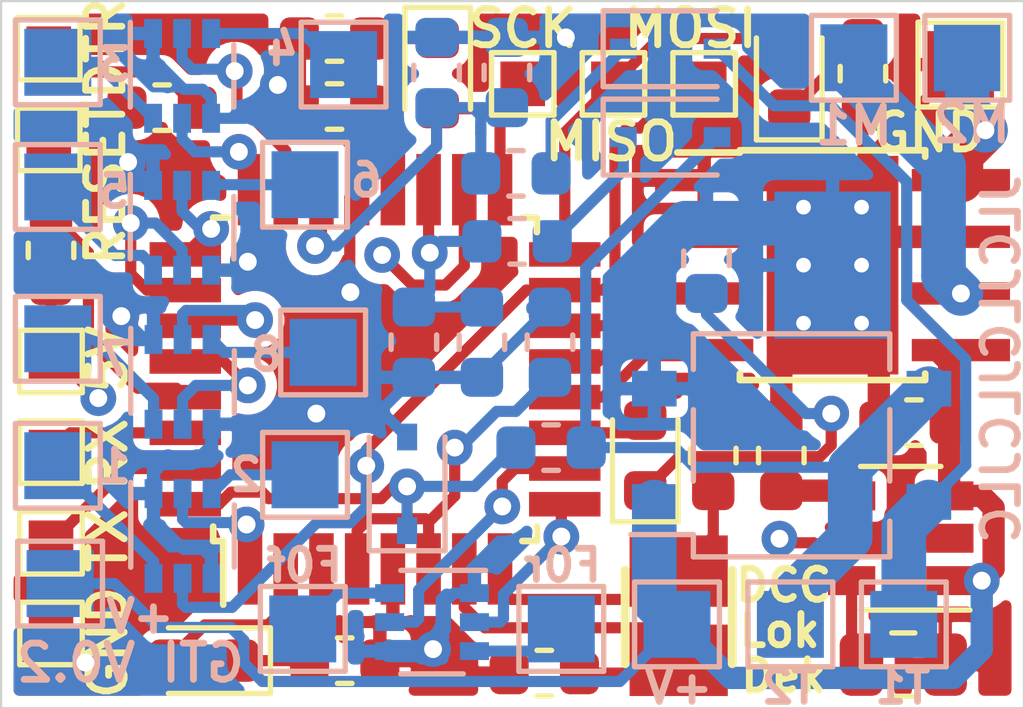
<source format=kicad_pcb>
(kicad_pcb (version 20171130) (host pcbnew "(5.1.6)-1")
  (layers (0 F.Cu signal hide) (1 In1.Cu power hide) (2 In2.Cu power hide) (31 B.Cu signal hide) (34 B.Paste user hide) (35 F.Paste user hide) (36 B.SilkS user hide) (37 F.SilkS user hide) (38 B.Mask user hide) (39 F.Mask user hide) (44 Edge.Cuts user))
  (net 0 "")
  (net 1 /RESET)
  (net 2 /DTR)
  (net 3 GND)
  (net 4 "Net-(C2-Pad1)")
  (net 5 "Net-(C3-Pad2)")
  (net 6 +5V)
  (net 7 /A6)
  (net 8 /A7)
  (net 9 "Net-(C8-Pad2)")
  (net 10 "Net-(C9-Pad2)")
  (net 11 VCC)
  (net 12 /DCC2)
  (net 13 /DCC1)
  (net 14 /D2)
  (net 15 "Net-(D3-Pad1)")
  (net 16 "Net-(D4-Pad1)")
  (net 17 "Net-(D5-Pad1)")
  (net 18 /D13)
  (net 19 "Net-(D6-Pad1)")
  (net 20 /D8)
  (net 21 /D7)
  (net 22 "Net-(D7-Pad1)")
  (net 23 /AUX1_TTL)
  (net 24 /D4)
  (net 25 /D5)
  (net 26 /D6)
  (net 27 /D9)
  (net 28 /D10)
  (net 29 /AUX2_TTL)
  (net 30 /A0)
  (net 31 /A1)
  (net 32 /A2)
  (net 33 /A3)
  (net 34 /A4)
  (net 35 /A5)
  (net 36 /D0)
  (net 37 /D1)
  (net 38 /MOT1)
  (net 39 /MOT2)
  (net 40 /F0f)
  (net 41 /F0r)
  (net 42 /AUX2)
  (net 43 /AUX1)
  (net 44 /AUX8)
  (net 45 /AUX7)
  (net 46 /AUX3)
  (net 47 /AUX4)
  (net 48 /AUX6)
  (net 49 /AUX5)
  (net 50 /D12)
  (net 51 "Net-(D8-Pad1)")
  (module myCrystal:Crystal_SMD_2520-2Pin_2.5x2.0mm_HandSoldering (layer F.Cu) (at 62.8015 117.84 270)
    (fp_text reference X1 hide)
    (fp_text value 16M)
    (pad 1 smd rect (at 1 0 270) (size 1.6 2.2) (layers F.Cu F.Paste F.Mask) (net 9 "Net-(C8-Pad2)"))
    (pad 2 smd rect (at -1 0 270) (size 1.6 2.2) (layers F.Cu F.Paste F.Mask) (net 10 "Net-(C9-Pad2)"))
  )
  (module LED_SMD:LED_0603_1608Metric (layer F.Cu) (at 62.0522 114.2493 90)
    (fp_text reference D7 hide)
    (fp_text value Rd_LED)
    (pad 2 smd roundrect (at 0.7875 0 90) (size 0.875 0.95) (layers F.Cu F.Paste F.Mask) (net 21 /D7))
    (pad 1 smd roundrect (at -0.7875 0 90) (size 0.875 0.95) (layers F.Cu F.Paste F.Mask) (net 22 "Net-(D7-Pad1)"))
  )
  (module TestPoint:TestPoint_Pad_1.5x1.5mm (layer B.Cu) (at 67.8434 118.0338)
    (fp_text reference TP3 hide)
    (fp_text value T1 (at -0.0254 1.4097 180) (layer B.SilkS) (effects (font (size 0.7 0.7) (thickness 0.1524)) (justify mirror)))
    (pad 1 smd rect (at 0 0) (size 1.5 1.5) (layers B.Cu B.Mask) (net 13 /DCC1))
  )
  (module Package_TO_SOT_SMD:SOT-363_SC-70-6 (layer B.Cu) (at 51.6786 105.7402 270)
    (fp_text reference T4 hide)
    (fp_text value 2N7002DWCT)
    (pad 6 smd rect (at 0.95 0.65 270) (size 0.65 0.4) (layers B.Cu B.Paste B.Mask) (net 46 /AUX3))
    (pad 4 smd rect (at 0.95 -0.65 270) (size 0.65 0.4) (layers B.Cu B.Paste B.Mask) (net 3 GND))
    (pad 2 smd rect (at -0.95 0 270) (size 0.65 0.4) (layers B.Cu B.Paste B.Mask) (net 30 /A0))
    (pad 5 smd rect (at 0.95 0 270) (size 0.65 0.4) (layers B.Cu B.Paste B.Mask) (net 31 /A1))
    (pad 3 smd rect (at -0.95 -0.65 270) (size 0.65 0.4) (layers B.Cu B.Paste B.Mask) (net 47 /AUX4))
    (pad 1 smd rect (at -0.95 0.65 270) (size 0.65 0.4) (layers B.Cu B.Paste B.Mask) (net 3 GND))
  )
  (module Package_QFP:TQFP-32_7x7mm_P0.8mm (layer F.Cu) (at 56 112.541 90)
    (fp_text reference IC2 hide)
    (fp_text value ATMEGA328P-AUR)
    (pad 1 smd rect (at -4.25 -2.8 90) (size 1.6 0.55) (layers F.Cu F.Paste F.Mask) (net 23 /AUX1_TTL))
    (pad 2 smd rect (at -4.25 -2 90) (size 1.6 0.55) (layers F.Cu F.Paste F.Mask) (net 24 /D4))
    (pad 3 smd rect (at -4.25 -1.2 90) (size 1.6 0.55) (layers F.Cu F.Paste F.Mask) (net 3 GND))
    (pad 4 smd rect (at -4.25 -0.4 90) (size 1.6 0.55) (layers F.Cu F.Paste F.Mask) (net 6 +5V))
    (pad 5 smd rect (at -4.25 0.4 90) (size 1.6 0.55) (layers F.Cu F.Paste F.Mask) (net 3 GND))
    (pad 6 smd rect (at -4.25 1.2 90) (size 1.6 0.55) (layers F.Cu F.Paste F.Mask) (net 6 +5V))
    (pad 7 smd rect (at -4.25 2 90) (size 1.6 0.55) (layers F.Cu F.Paste F.Mask) (net 9 "Net-(C8-Pad2)"))
    (pad 8 smd rect (at -4.25 2.8 90) (size 1.6 0.55) (layers F.Cu F.Paste F.Mask) (net 10 "Net-(C9-Pad2)"))
    (pad 9 smd rect (at -2.8 4.25 180) (size 1.6 0.55) (layers F.Cu F.Paste F.Mask) (net 25 /D5))
    (pad 10 smd rect (at -2 4.25 180) (size 1.6 0.55) (layers F.Cu F.Paste F.Mask) (net 26 /D6))
    (pad 11 smd rect (at -1.2 4.25 180) (size 1.6 0.55) (layers F.Cu F.Paste F.Mask) (net 21 /D7))
    (pad 12 smd rect (at -0.4 4.25 180) (size 1.6 0.55) (layers F.Cu F.Paste F.Mask) (net 20 /D8))
    (pad 13 smd rect (at 0.4 4.25 180) (size 1.6 0.55) (layers F.Cu F.Paste F.Mask) (net 27 /D9))
    (pad 14 smd rect (at 1.2 4.25 180) (size 1.6 0.55) (layers F.Cu F.Paste F.Mask) (net 28 /D10))
    (pad 15 smd rect (at 2 4.25 180) (size 1.6 0.55) (layers F.Cu F.Paste F.Mask) (net 29 /AUX2_TTL))
    (pad 16 smd rect (at 2.8 4.25 180) (size 1.6 0.55) (layers F.Cu F.Paste F.Mask) (net 50 /D12))
    (pad 17 smd rect (at 4.25 2.8 90) (size 1.6 0.55) (layers F.Cu F.Paste F.Mask) (net 18 /D13))
    (pad 18 smd rect (at 4.25 2 90) (size 1.6 0.55) (layers F.Cu F.Paste F.Mask) (net 6 +5V))
    (pad 19 smd rect (at 4.25 1.2 90) (size 1.6 0.55) (layers F.Cu F.Paste F.Mask) (net 7 /A6))
    (pad 20 smd rect (at 4.25 0.4 90) (size 1.6 0.55) (layers F.Cu F.Paste F.Mask) (net 4 "Net-(C2-Pad1)"))
    (pad 21 smd rect (at 4.25 -0.4 90) (size 1.6 0.55) (layers F.Cu F.Paste F.Mask) (net 3 GND))
    (pad 22 smd rect (at 4.25 -1.2 90) (size 1.6 0.55) (layers F.Cu F.Paste F.Mask) (net 8 /A7))
    (pad 23 smd rect (at 4.25 -2 90) (size 1.6 0.55) (layers F.Cu F.Paste F.Mask) (net 30 /A0))
    (pad 24 smd rect (at 4.25 -2.8 90) (size 1.6 0.55) (layers F.Cu F.Paste F.Mask) (net 31 /A1))
    (pad 25 smd rect (at 2.8 -4.25 180) (size 1.6 0.55) (layers F.Cu F.Paste F.Mask) (net 32 /A2))
    (pad 26 smd rect (at 2 -4.25 180) (size 1.6 0.55) (layers F.Cu F.Paste F.Mask) (net 33 /A3))
    (pad 27 smd rect (at 1.2 -4.25 180) (size 1.6 0.55) (layers F.Cu F.Paste F.Mask) (net 34 /A4))
    (pad 28 smd rect (at 0.4 -4.25 180) (size 1.6 0.55) (layers F.Cu F.Paste F.Mask) (net 35 /A5))
    (pad 29 smd rect (at -0.4 -4.25 180) (size 1.6 0.55) (layers F.Cu F.Paste F.Mask) (net 1 /RESET))
    (pad 30 smd rect (at -1.2 -4.25 180) (size 1.6 0.55) (layers F.Cu F.Paste F.Mask) (net 36 /D0))
    (pad 31 smd rect (at -2 -4.25 180) (size 1.6 0.55) (layers F.Cu F.Paste F.Mask) (net 37 /D1))
    (pad 32 smd rect (at -2.8 -4.25 180) (size 1.6 0.55) (layers F.Cu F.Paste F.Mask) (net 14 /D2))
  )
  (module Resistor_SMD:R_0603_1608Metric (layer F.Cu) (at 55.3211 118.8466 180)
    (fp_text reference R7 hide)
    (fp_text value 1k)
    (pad 2 smd roundrect (at 0.7875 0 180) (size 0.875 0.95) (layers F.Cu F.Paste F.Mask) (net 51 "Net-(D8-Pad1)"))
    (pad 1 smd roundrect (at -0.7875 0 180) (size 0.875 0.95) (layers F.Cu F.Paste F.Mask) (net 3 GND))
  )
  (module LED_SMD:LED_0603_1608Metric (layer F.Cu) (at 52.1717 118.8466 180)
    (fp_text reference D8 hide)
    (fp_text value Bl_LED)
    (pad 2 smd roundrect (at 0.7875 0 180) (size 0.875 0.95) (layers F.Cu F.Paste F.Mask) (net 24 /D4))
    (pad 1 smd roundrect (at -0.7875 0 180) (size 0.875 0.95) (layers F.Cu F.Paste F.Mask) (net 51 "Net-(D8-Pad1)"))
  )
  (module Capacitor_SMD:C_0603_1608Metric (layer F.Cu) (at 68.0721 113.5126)
    (fp_text reference C10 hide)
    (fp_text value 100nF)
    (pad 2 smd roundrect (at 0.7875 0) (size 0.875 0.95) (layers F.Cu F.Paste F.Mask) (net 11 VCC))
    (pad 1 smd roundrect (at -0.7875 0) (size 0.875 0.95) (layers F.Cu F.Paste F.Mask) (net 3 GND))
  )
  (module Resistor_SMD:R_0603_1608Metric (layer F.Cu) (at 66.929 105.6895 90)
    (fp_text reference R10 hide)
    (fp_text value 1k)
    (pad 1 smd roundrect (at -0.7875 0 90) (size 0.875 0.95) (layers F.Cu F.Paste F.Mask) (net 3 GND))
    (pad 2 smd roundrect (at 0.7875 0 90) (size 0.875 0.95) (layers F.Cu F.Paste F.Mask) (net 19 "Net-(D6-Pad1)"))
  )
  (module TestPoint:TestPoint_Pad_1.0x1.0mm (layer F.Cu) (at 48.7426 118.237)
    (fp_text reference TP26 hide)
    (fp_text value GND (at 1.27 0.2032 -90) (layer F.SilkS) (effects (font (size 0.8128 0.8128) (thickness 0.1524))))
    (pad 1 smd rect (at 0 0) (size 1 1) (layers F.Cu F.Mask) (net 3 GND))
  )
  (module TestPoint:TestPoint_Pad_1.0x1.0mm (layer F.Cu) (at 48.6918 105.1306)
    (fp_text reference TP25 hide)
    (fp_text value DTR (at 1.27 0 -90) (layer F.SilkS) (effects (font (size 0.8128 0.8128) (thickness 0.1524))))
    (pad 1 smd rect (at 0 0) (size 1 1) (layers F.Cu F.Mask) (net 2 /DTR))
  )
  (module TestPoint:TestPoint_Pad_1.0x1.0mm (layer F.Cu) (at 48.7426 116.205)
    (fp_text reference TP24 hide)
    (fp_text value TX (at 1.27 -0.0508 -90) (layer F.SilkS) (effects (font (size 0.8128 0.8128) (thickness 0.1524))))
    (pad 1 smd rect (at 0 0) (size 1 1) (layers F.Cu F.Mask) (net 37 /D1))
  )
  (module TestPoint:TestPoint_Pad_1.0x1.0mm (layer F.Cu) (at 48.7426 114.173)
    (fp_text reference TP23 hide)
    (fp_text value RX (at 1.27 0.0508 -90) (layer F.SilkS) (effects (font (size 0.8128 0.8128) (thickness 0.1524))))
    (pad 1 smd rect (at 0 0) (size 1 1) (layers F.Cu F.Mask) (net 36 /D0))
  )
  (module TestPoint:TestPoint_Pad_1.0x1.0mm (layer F.Cu) (at 48.7426 112.141)
    (fp_text reference TP22 hide)
    (fp_text value 5V (at 1.27 -0.0508 -90) (layer F.SilkS) (effects (font (size 0.8128 0.8128) (thickness 0.1524))))
    (pad 1 smd rect (at 0 0) (size 1 1) (layers F.Cu F.Mask) (net 6 +5V))
  )
  (module TestPoint:TestPoint_Pad_1.0x1.0mm (layer F.Cu) (at 63.373 105.918)
    (fp_text reference TP21 hide)
    (fp_text value MOSI (at -0.3048 -1.2446) (layer F.SilkS) (effects (font (size 0.8128 0.8128) (thickness 0.1524))))
    (pad 1 smd rect (at 0 0) (size 1 1) (layers F.Cu F.Mask) (net 29 /AUX2_TTL))
  )
  (module TestPoint:TestPoint_Pad_1.0x1.0mm (layer F.Cu) (at 61.341 105.918)
    (fp_text reference TP20 hide)
    (fp_text value MISO (at -0.0508 1.2954) (layer F.SilkS) (effects (font (size 0.8128 0.8128) (thickness 0.1524))))
    (pad 1 smd rect (at 0 0) (size 1 1) (layers F.Cu F.Mask) (net 50 /D12))
  )
  (module TestPoint:TestPoint_Pad_1.0x1.0mm (layer F.Cu) (at 59.309 105.918)
    (fp_text reference TP19 hide)
    (fp_text value SCK (at 0 -1.2446) (layer F.SilkS) (effects (font (size 0.8128 0.8128) (thickness 0.1524))))
    (pad 1 smd rect (at 0 0) (size 1 1) (layers F.Cu F.Mask) (net 18 /D13))
  )
  (module TestPoint:TestPoint_Pad_1.0x1.0mm (layer F.Cu) (at 48.6918 107.1626)
    (fp_text reference TP18 hide)
    (fp_text value RESET (at 1.27 0.9652 -90) (layer F.SilkS) (effects (font (size 0.8128 0.8128) (thickness 0.1524))))
    (pad 1 smd rect (at 0 0) (size 1 1) (layers F.Cu F.Mask) (net 1 /RESET))
  )
  (module Capacitor_SMD:C_0603_1608Metric (layer F.Cu) (at 51.2318 106.4514)
    (fp_text reference C1 hide)
    (fp_text value 100nF)
    (pad 1 smd roundrect (at -0.7875 0) (size 0.875 0.95) (layers F.Cu F.Paste F.Mask) (net 1 /RESET))
    (pad 2 smd roundrect (at 0.7875 0) (size 0.875 0.95) (layers F.Cu F.Paste F.Mask) (net 2 /DTR))
  )
  (module Capacitor_SMD:C_0603_1608Metric (layer F.Cu) (at 55.0925 106.426 180)
    (fp_text reference C2 hide)
    (fp_text value 100nF)
    (pad 2 smd roundrect (at 0.7875 0 180) (size 0.875 0.95) (layers F.Cu F.Paste F.Mask) (net 3 GND))
    (pad 1 smd roundrect (at -0.7875 0 180) (size 0.875 0.95) (layers F.Cu F.Paste F.Mask) (net 4 "Net-(C2-Pad1)"))
  )
  (module Capacitor_SMD:C_0603_1608Metric (layer F.Cu) (at 65.1002 114.2491 270)
    (fp_text reference C3 hide)
    (fp_text value 470pF)
    (pad 1 smd roundrect (at -0.7875 0 270) (size 0.875 0.95) (layers F.Cu F.Paste F.Mask) (net 3 GND))
    (pad 2 smd roundrect (at 0.7875 0 270) (size 0.875 0.95) (layers F.Cu F.Paste F.Mask) (net 5 "Net-(C3-Pad2)"))
  )
  (module Capacitor_SMD:C_0805_2012Metric (layer F.Cu) (at 67.833 118.9355)
    (fp_text reference C4 hide)
    (fp_text value 2.2uF)
    (pad 1 smd roundrect (at -0.9375 0) (size 0.975 1.4) (layers F.Cu F.Paste F.Mask) (net 6 +5V))
    (pad 2 smd roundrect (at 0.9375 0) (size 0.975 1.4) (layers F.Cu F.Paste F.Mask) (net 3 GND))
  )
  (module Capacitor_SMD:C_0603_1608Metric (layer B.Cu) (at 59.9186 111.7093 270)
    (fp_text reference C5 hide)
    (fp_text value 100nF)
    (pad 1 smd roundrect (at -0.7875 0 270) (size 0.875 0.95) (layers B.Cu B.Paste B.Mask) (net 3 GND))
    (pad 2 smd roundrect (at 0.7875 0 270) (size 0.875 0.95) (layers B.Cu B.Paste B.Mask) (net 6 +5V))
  )
  (module Capacitor_SMD:C_0603_1608Metric (layer B.Cu) (at 58.3946 111.7091 90)
    (fp_text reference C6 hide)
    (fp_text value 4.7uF)
    (pad 1 smd roundrect (at -0.7875 0 90) (size 0.875 0.95) (layers B.Cu B.Paste B.Mask) (net 3 GND))
    (pad 2 smd roundrect (at 0.7875 0 90) (size 0.875 0.95) (layers B.Cu B.Paste B.Mask) (net 7 /A6))
  )
  (module Capacitor_SMD:C_0603_1608Metric (layer B.Cu) (at 57.3786 105.6639 270)
    (fp_text reference C7 hide)
    (fp_text value 4.7uF)
    (pad 1 smd roundrect (at -0.7875 0 270) (size 0.875 0.95) (layers B.Cu B.Paste B.Mask) (net 3 GND))
    (pad 2 smd roundrect (at 0.7875 0 270) (size 0.875 0.95) (layers B.Cu B.Paste B.Mask) (net 8 /A7))
  )
  (module Capacitor_SMD:C_0603_1608Metric (layer F.Cu) (at 59.7915 119.126)
    (fp_text reference C8 hide)
    (fp_text value 10pF)
    (pad 2 smd roundrect (at 0.7875 0) (size 0.875 0.95) (layers F.Cu F.Paste F.Mask) (net 9 "Net-(C8-Pad2)"))
    (pad 1 smd roundrect (at -0.7875 0) (size 0.875 0.95) (layers F.Cu F.Paste F.Mask) (net 3 GND))
  )
  (module Capacitor_SMD:C_0603_1608Metric (layer F.Cu) (at 63.5762 114.2493 270)
    (fp_text reference C9 hide)
    (fp_text value 10pF)
    (pad 2 smd roundrect (at 0.7875 0 270) (size 0.875 0.95) (layers F.Cu F.Paste F.Mask) (net 10 "Net-(C9-Pad2)"))
    (pad 1 smd roundrect (at -0.7875 0 270) (size 0.875 0.95) (layers F.Cu F.Paste F.Mask) (net 3 GND))
  )
  (module Package_TO_SOT_SMD:TO-269AA (layer B.Cu) (at 65.3304 114.0206)
    (fp_text reference D1 hide)
    (fp_text value D_Bridge_+-AA)
    (pad 1 smd rect (at -3.075 1.27) (size 1 0.8) (layers B.Cu B.Paste B.Mask) (net 11 VCC))
    (pad 2 smd rect (at -3.075 -1.27) (size 1 0.8) (layers B.Cu B.Paste B.Mask) (net 3 GND))
    (pad 3 smd rect (at 3.075 -1.27) (size 1 0.8) (layers B.Cu B.Paste B.Mask) (net 12 /DCC2))
    (pad 4 smd rect (at 3.075 1.27) (size 1 0.8) (layers B.Cu B.Paste B.Mask) (net 13 /DCC1))
  )
  (module Diode_SMD:D_SOD-323 (layer B.Cu) (at 56.7182 114.8842 90)
    (fp_text reference D2 hide)
    (fp_text value MM3Z4V7ST1G)
    (pad 2 smd rect (at 1.05 0 90) (size 0.6 0.45) (layers B.Cu B.Paste B.Mask) (net 3 GND))
    (pad 1 smd rect (at -1.05 0 90) (size 0.6 0.45) (layers B.Cu B.Paste B.Mask) (net 14 /D2))
  )
  (module Diode_SMD:D_SOD-323 (layer B.Cu) (at 62.611 107.1118)
    (fp_text reference D3 hide)
    (fp_text value NSR0530HT1G)
    (pad 1 smd rect (at -1.05 0) (size 0.6 0.45) (layers B.Cu B.Paste B.Mask) (net 15 "Net-(D3-Pad1)"))
    (pad 2 smd rect (at 1.05 0) (size 0.6 0.45) (layers B.Cu B.Paste B.Mask) (net 12 /DCC2))
  )
  (module Diode_SMD:D_SOD-323 (layer B.Cu) (at 62.611 105.1306)
    (fp_text reference D4 hide)
    (fp_text value NSR0530HT1G)
    (pad 1 smd rect (at -1.05 0) (size 0.6 0.45) (layers B.Cu B.Paste B.Mask) (net 16 "Net-(D4-Pad1)"))
    (pad 2 smd rect (at 1.05 0) (size 0.6 0.45) (layers B.Cu B.Paste B.Mask) (net 13 /DCC1))
  )
  (module LED_SMD:LED_0603_1608Metric (layer F.Cu) (at 57.404 105.6895 270)
    (fp_text reference D5 hide)
    (fp_text value Ye_LED)
    (pad 1 smd roundrect (at -0.7875 0 270) (size 0.875 0.95) (layers F.Cu F.Paste F.Mask) (net 17 "Net-(D5-Pad1)"))
    (pad 2 smd roundrect (at 0.7875 0 270) (size 0.875 0.95) (layers F.Cu F.Paste F.Mask) (net 18 /D13))
  )
  (module LED_SMD:LED_0603_1608Metric (layer F.Cu) (at 65.278 105.6895 90)
    (fp_text reference D6 hide)
    (fp_text value Gr_LED)
    (pad 1 smd roundrect (at -0.7875 0 90) (size 0.875 0.95) (layers F.Cu F.Paste F.Mask) (net 19 "Net-(D6-Pad1)"))
    (pad 2 smd roundrect (at 0.7875 0 90) (size 0.875 0.95) (layers F.Cu F.Paste F.Mask) (net 50 /D12))
  )
  (module Package_TO_SOT_SMD:SOT-23-5 (layer F.Cu) (at 67.775 116.1034 180)
    (fp_text reference IC1 hide)
    (fp_text value MIC5205-5.0YM5-TR)
    (pad 1 smd rect (at -1.1 -0.95 180) (size 1.06 0.65) (layers F.Cu F.Paste F.Mask) (net 11 VCC))
    (pad 2 smd rect (at -1.1 0 180) (size 1.06 0.65) (layers F.Cu F.Paste F.Mask) (net 3 GND))
    (pad 3 smd rect (at -1.1 0.95 180) (size 1.06 0.65) (layers F.Cu F.Paste F.Mask) (net 11 VCC))
    (pad 4 smd rect (at 1.1 0.95 180) (size 1.06 0.65) (layers F.Cu F.Paste F.Mask) (net 5 "Net-(C3-Pad2)"))
    (pad 5 smd rect (at 1.1 -0.95 180) (size 1.06 0.65) (layers F.Cu F.Paste F.Mask) (net 6 +5V))
  )
  (module Package_SO:Texas_HTSOP-8-1EP_3.9x4.9mm_P1.27mm_EP2.95x4.9mm_Mask2.4x3.1mm_ThermalVias (layer F.Cu) (at 66.248 109.982)
    (fp_text reference IC3 hide)
    (fp_text value DRV8872DDAR)
    (pad 9 smd rect (at 0 0) (size 2.6 3.3) (layers B.Cu) (net 3 GND))
    (pad 1 smd rect (at -2.875 -1.905) (size 2.2 0.5) (layers F.Cu F.Paste F.Mask) (net 3 GND))
    (pad 2 smd rect (at -2.875 -0.635) (size 2.2 0.5) (layers F.Cu F.Paste F.Mask) (net 28 /D10))
    (pad 3 smd rect (at -2.875 0.635) (size 2.2 0.5) (layers F.Cu F.Paste F.Mask) (net 27 /D9))
    (pad 4 smd rect (at -2.875 1.905) (size 2.2 0.5) (layers F.Cu F.Paste F.Mask) (net 20 /D8))
    (pad 5 smd rect (at 2.875 1.905) (size 2.2 0.5) (layers F.Cu F.Paste F.Mask) (net 11 VCC))
    (pad 6 smd rect (at 2.875 0.635) (size 2.2 0.5) (layers F.Cu F.Paste F.Mask) (net 38 /MOT1))
    (pad 7 smd rect (at 2.875 -0.635) (size 2.2 0.5) (layers F.Cu F.Paste F.Mask) (net 3 GND))
    (pad 8 smd rect (at 2.875 -1.905) (size 2.2 0.5) (layers F.Cu F.Paste F.Mask) (net 39 /MOT2))
    (pad 9 smd rect (at 0 0) (size 2.95 4.9) (layers F.Cu) (net 3 GND))
    (pad 9 thru_hole circle (at -0.65 -1.3) (size 0.63 0.63) (drill 0.33) (layers *.Cu *.Mask) (net 3 GND))
    (pad 9 thru_hole circle (at -0.65 0) (size 0.63 0.63) (drill 0.33) (layers *.Cu *.Mask) (net 3 GND))
    (pad 9 thru_hole circle (at 0.65 0) (size 0.63 0.63) (drill 0.33) (layers *.Cu *.Mask) (net 3 GND))
    (pad 9 thru_hole circle (at 0.65 -1.3) (size 0.63 0.63) (drill 0.33) (layers *.Cu *.Mask) (net 3 GND))
    (pad 9 thru_hole circle (at -0.65 1.3) (size 0.63 0.63) (drill 0.33) (layers *.Cu *.Mask) (net 3 GND))
    (pad 9 thru_hole circle (at 0.65 1.3) (size 0.63 0.63) (drill 0.33) (layers *.Cu *.Mask) (net 3 GND))
  )
  (module Resistor_SMD:R_0603_1608Metric (layer F.Cu) (at 48.7426 109.6518 270)
    (fp_text reference R1 hide)
    (fp_text value 4.7k)
    (pad 2 smd roundrect (at 0.7875 0 270) (size 0.875 0.95) (layers F.Cu F.Paste F.Mask) (net 6 +5V))
    (pad 1 smd roundrect (at -0.7875 0 270) (size 0.875 0.95) (layers F.Cu F.Paste F.Mask) (net 1 /RESET))
  )
  (module Resistor_SMD:R_0603_1608Metric (layer B.Cu) (at 59.9441 114.0714)
    (fp_text reference R2 hide)
    (fp_text value 27k)
    (pad 1 smd roundrect (at -0.7875 0) (size 0.875 0.95) (layers B.Cu B.Paste B.Mask) (net 14 /D2))
    (pad 2 smd roundrect (at 0.7875 0) (size 0.875 0.95) (layers B.Cu B.Paste B.Mask) (net 12 /DCC2))
  )
  (module Resistor_SMD:R_0603_1608Metric (layer B.Cu) (at 59.1819 109.4486)
    (fp_text reference R3 hide)
    (fp_text value 27k)
    (pad 1 smd roundrect (at -0.7875 0) (size 0.875 0.95) (layers B.Cu B.Paste B.Mask) (net 7 /A6))
    (pad 2 smd roundrect (at 0.7875 0) (size 0.875 0.95) (layers B.Cu B.Paste B.Mask) (net 15 "Net-(D3-Pad1)"))
  )
  (module Resistor_SMD:R_0603_1608Metric (layer B.Cu) (at 59.1566 107.9246)
    (fp_text reference R4 hide)
    (fp_text value 27k)
    (pad 1 smd roundrect (at -0.7875 0) (size 0.875 0.95) (layers B.Cu B.Paste B.Mask) (net 8 /A7))
    (pad 2 smd roundrect (at 0.7875 0) (size 0.875 0.95) (layers B.Cu B.Paste B.Mask) (net 16 "Net-(D4-Pad1)"))
  )
  (module Resistor_SMD:R_0603_1608Metric (layer B.Cu) (at 56.8706 111.7091 270)
    (fp_text reference R5 hide)
    (fp_text value 4.7k)
    (pad 2 smd roundrect (at 0.7875 0 270) (size 0.875 0.95) (layers B.Cu B.Paste B.Mask) (net 3 GND))
    (pad 1 smd roundrect (at -0.7875 0 270) (size 0.875 0.95) (layers B.Cu B.Paste B.Mask) (net 7 /A6))
  )
  (module Resistor_SMD:R_0603_1608Metric (layer B.Cu) (at 58.9534 105.6641 90)
    (fp_text reference R6 hide)
    (fp_text value 4.7k)
    (pad 2 smd roundrect (at 0.7875 0 90) (size 0.875 0.95) (layers B.Cu B.Paste B.Mask) (net 3 GND))
    (pad 1 smd roundrect (at -0.7875 0 90) (size 0.875 0.95) (layers B.Cu B.Paste B.Mask) (net 8 /A7))
  )
  (module Resistor_SMD:R_0603_1608Metric (layer F.Cu) (at 55.0925 104.902)
    (fp_text reference R9 hide)
    (fp_text value 1k)
    (pad 2 smd roundrect (at 0.7875 0) (size 0.875 0.95) (layers F.Cu F.Paste F.Mask) (net 17 "Net-(D5-Pad1)"))
    (pad 1 smd roundrect (at -0.7875 0) (size 0.875 0.95) (layers F.Cu F.Paste F.Mask) (net 3 GND))
  )
  (module Resistor_SMD:R_0603_1608Metric (layer B.Cu) (at 63.4238 109.8295 270)
    (fp_text reference R11 hide)
    (fp_text value 1k)
    (pad 2 smd roundrect (at 0.7875 0 270) (size 0.875 0.95) (layers B.Cu B.Paste B.Mask) (net 22 "Net-(D7-Pad1)"))
    (pad 1 smd roundrect (at -0.7875 0 270) (size 0.875 0.95) (layers B.Cu B.Paste B.Mask) (net 3 GND))
  )
  (module Package_TO_SOT_SMD:SOT-363_SC-70-6 (layer B.Cu) (at 57.277 117.983 180)
    (fp_text reference T1 hide)
    (fp_text value 2N7002DWCT)
    (pad 6 smd rect (at 0.95 0.65 180) (size 0.65 0.4) (layers B.Cu B.Paste B.Mask) (net 40 /F0f))
    (pad 4 smd rect (at 0.95 -0.65 180) (size 0.65 0.4) (layers B.Cu B.Paste B.Mask) (net 3 GND))
    (pad 2 smd rect (at -0.95 0 180) (size 0.65 0.4) (layers B.Cu B.Paste B.Mask) (net 25 /D5))
    (pad 5 smd rect (at 0.95 0 180) (size 0.65 0.4) (layers B.Cu B.Paste B.Mask) (net 26 /D6))
    (pad 3 smd rect (at -0.95 -0.65 180) (size 0.65 0.4) (layers B.Cu B.Paste B.Mask) (net 41 /F0r))
    (pad 1 smd rect (at -0.95 0.65 180) (size 0.65 0.4) (layers B.Cu B.Paste B.Mask) (net 3 GND))
  )
  (module Package_TO_SOT_SMD:SOT-363_SC-70-6 (layer B.Cu) (at 51.689 116.0526 270)
    (fp_text reference T2 hide)
    (fp_text value 2N7002DWCT)
    (pad 1 smd rect (at -0.95 0.65 270) (size 0.65 0.4) (layers B.Cu B.Paste B.Mask) (net 3 GND))
    (pad 3 smd rect (at -0.95 -0.65 270) (size 0.65 0.4) (layers B.Cu B.Paste B.Mask) (net 42 /AUX2))
    (pad 5 smd rect (at 0.95 0 270) (size 0.65 0.4) (layers B.Cu B.Paste B.Mask) (net 29 /AUX2_TTL))
    (pad 2 smd rect (at -0.95 0 270) (size 0.65 0.4) (layers B.Cu B.Paste B.Mask) (net 23 /AUX1_TTL))
    (pad 4 smd rect (at 0.95 -0.65 270) (size 0.65 0.4) (layers B.Cu B.Paste B.Mask) (net 3 GND))
    (pad 6 smd rect (at 0.95 0.65 270) (size 0.65 0.4) (layers B.Cu B.Paste B.Mask) (net 43 /AUX1))
  )
  (module Package_TO_SOT_SMD:SOT-363_SC-70-6 (layer B.Cu) (at 51.689 112.5982 270)
    (fp_text reference T3 hide)
    (fp_text value 2N7002DWCT)
    (pad 1 smd rect (at -0.95 0.65 270) (size 0.65 0.4) (layers B.Cu B.Paste B.Mask) (net 3 GND))
    (pad 3 smd rect (at -0.95 -0.65 270) (size 0.65 0.4) (layers B.Cu B.Paste B.Mask) (net 44 /AUX8))
    (pad 5 smd rect (at 0.95 0 270) (size 0.65 0.4) (layers B.Cu B.Paste B.Mask) (net 35 /A5))
    (pad 2 smd rect (at -0.95 0 270) (size 0.65 0.4) (layers B.Cu B.Paste B.Mask) (net 34 /A4))
    (pad 4 smd rect (at 0.95 -0.65 270) (size 0.65 0.4) (layers B.Cu B.Paste B.Mask) (net 3 GND))
    (pad 6 smd rect (at 0.95 0.65 270) (size 0.65 0.4) (layers B.Cu B.Paste B.Mask) (net 45 /AUX7))
  )
  (module Package_TO_SOT_SMD:SOT-363_SC-70-6 (layer B.Cu) (at 51.6786 109.1438 270)
    (fp_text reference T5 hide)
    (fp_text value 2N7002DWCT)
    (pad 1 smd rect (at -0.95 0.65 270) (size 0.65 0.4) (layers B.Cu B.Paste B.Mask) (net 3 GND))
    (pad 3 smd rect (at -0.95 -0.65 270) (size 0.65 0.4) (layers B.Cu B.Paste B.Mask) (net 48 /AUX6))
    (pad 5 smd rect (at 0.95 0 270) (size 0.65 0.4) (layers B.Cu B.Paste B.Mask) (net 33 /A3))
    (pad 2 smd rect (at -0.95 0 270) (size 0.65 0.4) (layers B.Cu B.Paste B.Mask) (net 32 /A2))
    (pad 4 smd rect (at 0.95 -0.65 270) (size 0.65 0.4) (layers B.Cu B.Paste B.Mask) (net 3 GND))
    (pad 6 smd rect (at 0.95 0.65 270) (size 0.65 0.4) (layers B.Cu B.Paste B.Mask) (net 49 /AUX5))
  )
  (module TestPoint:TestPoint_Pad_1.5x1.5mm (layer B.Cu) (at 66.7258 105.3338)
    (fp_text reference TP1 hide)
    (fp_text value M1 (at 0 1.524) (layer B.SilkS) (effects (font (size 0.8128 0.8128) (thickness 0.1524)) (justify mirror)))
    (pad 1 smd rect (at 0 0) (size 1.5 1.5) (layers B.Cu B.Mask) (net 38 /MOT1))
  )
  (module TestPoint:TestPoint_Pad_1.5x1.5mm (layer B.Cu) (at 69.2658 105.3338)
    (fp_text reference TP2 hide)
    (fp_text value M2 (at 0.1016 1.4732) (layer B.SilkS) (effects (font (size 0.8128 0.8128) (thickness 0.1524)) (justify mirror)))
    (pad 1 smd rect (at 0 0) (size 1.5 1.5) (layers B.Cu B.Mask) (net 39 /MOT2))
  )
  (module TestPoint:TestPoint_Pad_1.5x1.5mm (layer B.Cu) (at 65.3034 118.0338)
    (fp_text reference TP4 hide)
    (fp_text value T2 (at -0.0254 1.4097) (layer B.SilkS) (effects (font (size 0.7 0.7) (thickness 0.1524)) (justify mirror)))
    (pad 1 smd rect (at 0 0) (size 1.5 1.5) (layers B.Cu B.Mask) (net 12 /DCC2))
  )
  (module TestPoint:TestPoint_Pad_1.5x1.5mm (layer F.Cu) (at 69.1134 105.4862)
    (fp_text reference TP5 hide)
    (fp_text value GND (at -0.7112 1.524) (layer F.SilkS) (effects (font (size 0.8128 0.8128) (thickness 0.1524))))
    (pad 1 smd rect (at 0 0) (size 1.5 1.5) (layers F.Cu F.Mask) (net 3 GND))
  )
  (module TestPoint:TestPoint_Pad_1.5x1.5mm (layer B.Cu) (at 62.7634 118.0338)
    (fp_text reference TP6 hide)
    (fp_text value +V (at 0.0381 1.4097) (layer B.SilkS) (effects (font (size 0.7 0.7) (thickness 0.1524)) (justify mirror)))
    (pad 1 smd rect (at 0 0) (size 1.5 1.5) (layers B.Cu B.Mask) (net 11 VCC))
  )
  (module TestPoint:TestPoint_Pad_1.5x1.5mm (layer B.Cu) (at 54.3814 118.1354)
    (fp_text reference TP7 hide)
    (fp_text value F0f (at 0.0381 -1.4224) (layer B.SilkS) (effects (font (size 0.7 0.7) (thickness 0.1524)) (justify mirror)))
    (pad 1 smd rect (at 0 0) (size 1.5 1.5) (layers B.Cu B.Mask) (net 40 /F0f))
  )
  (module TestPoint:TestPoint_Pad_1.5x1.5mm (layer B.Cu) (at 60.1726 118.1354)
    (fp_text reference TP8 hide)
    (fp_text value F0r (at 0.0254 -1.4224) (layer B.SilkS) (effects (font (size 0.7 0.7) (thickness 0.1524)) (justify mirror)))
    (pad 1 smd rect (at 0 0) (size 1.5 1.5) (layers B.Cu B.Mask) (net 41 /F0r))
  )
  (module TestPoint:TestPoint_Pad_1.5x1.5mm (layer B.Cu) (at 48.895 114.4778)
    (fp_text reference TP9 hide)
    (fp_text value 1 (at 1.27 0.0127) (layer B.SilkS) (effects (font (size 0.7 0.7) (thickness 0.1524)) (justify mirror)))
    (pad 1 smd rect (at 0 0) (size 1.5 1.5) (layers B.Cu B.Mask) (net 43 /AUX1))
  )
  (module TestPoint:TestPoint_Pad_1.5x1.5mm (layer B.Cu) (at 54.4322 114.681)
    (fp_text reference TP10 hide)
    (fp_text value 2 (at -1.3208 0) (layer B.SilkS) (effects (font (size 0.7 0.7) (thickness 0.1524)) (justify mirror)))
    (pad 1 smd rect (at 0 0) (size 1.5 1.5) (layers B.Cu B.Mask) (net 42 /AUX2))
  )
  (module TestPoint:TestPoint_Pad_1.5x1.5mm (layer B.Cu) (at 48.895 105.4354)
    (fp_text reference TP11 hide)
    (fp_text value 3 (at 1.27 0.0508) (layer B.SilkS) (effects (font (size 0.7 0.7) (thickness 0.1524)) (justify mirror)))
    (pad 1 smd rect (at 0 0) (size 1.5 1.5) (layers B.Cu B.Mask) (net 46 /AUX3))
  )
  (module TestPoint:TestPoint_Pad_1.5x1.5mm (layer B.Cu) (at 55.2958 105.4862)
    (fp_text reference TP12 hide)
    (fp_text value 4 (at -1.3716 -0.3556 180) (layer B.SilkS) (effects (font (size 0.7 0.7) (thickness 0.1524)) (justify mirror)))
    (pad 1 smd rect (at 0 0) (size 1.5 1.5) (layers B.Cu B.Mask) (net 47 /AUX4))
  )
  (module TestPoint:TestPoint_Pad_1.5x1.5mm (layer B.Cu) (at 48.895 108.2294)
    (fp_text reference TP13 hide)
    (fp_text value 5 (at 1.27 0.1016) (layer B.SilkS) (effects (font (size 0.7 0.7) (thickness 0.1524)) (justify mirror)))
    (pad 1 smd rect (at 0 0) (size 1.5 1.5) (layers B.Cu B.Mask) (net 49 /AUX5))
  )
  (module TestPoint:TestPoint_Pad_1.5x1.5mm (layer B.Cu) (at 54.4322 108.1786)
    (fp_text reference TP14 hide)
    (fp_text value 6 (at 1.3716 -0.1016) (layer B.SilkS) (effects (font (size 0.7 0.7) (thickness 0.1524)) (justify mirror)))
    (pad 1 smd rect (at 0 0) (size 1.5 1.5) (layers B.Cu B.Mask) (net 48 /AUX6))
  )
  (module TestPoint:TestPoint_Pad_1.5x1.5mm (layer B.Cu) (at 48.895 111.633)
    (fp_text reference TP15 hide)
    (fp_text value 7 (at 1.3208 0.4572) (layer B.SilkS) (effects (font (size 0.7 0.7) (thickness 0.1524)) (justify mirror)))
    (pad 1 smd rect (at 0 0) (size 1.5 1.5) (layers B.Cu B.Mask) (net 45 /AUX7))
  )
  (module TestPoint:TestPoint_Pad_1.5x1.5mm (layer B.Cu) (at 54.8386 111.9378)
    (fp_text reference TP16 hide)
    (fp_text value 8 (at -1.27 0.0508) (layer B.SilkS) (effects (font (size 0.7 0.7) (thickness 0.1524)) (justify mirror)))
    (pad 1 smd rect (at 0 0) (size 1.5 1.5) (layers B.Cu B.Mask) (net 44 /AUX8))
  )
  (module TestPoint:TestPoint_Pad_1.5x1.5mm (layer B.Cu) (at 48.9458 117.1194)
    (fp_text reference TP17 hide)
    (fp_text value +V (at 1.7907 0.7366) (layer B.SilkS) (effects (font (size 0.7 0.7) (thickness 0.1524)) (justify mirror)))
    (pad 1 smd rect (at 0 0) (size 1.5 1.5) (layers B.Cu B.Mask) (net 11 VCC))
  )
  (gr_text DCC (at 65.151 117.1575) (layer F.SilkS) (effects (font (size 0.7 0.7) (thickness 0.1524))))
  (gr_text Dek (at 65.151 119.1895) (layer F.SilkS) (effects (font (size 0.7 0.7) (thickness 0.1524))))
  (gr_text JLCJLCJLCJLC (at 70.0278 112.0902 90) (layer B.SilkS) (effects (font (size 0.8 0.8)) (justify mirror)))
  (gr_text Lok (at 66.04 118.1735) (layer F.SilkS) (effects (font (size 0.7 0.7) (thickness 0.1524)) (justify right)))
  (gr_text "GTI V0.2" (at 50.5206 118.8974) (layer B.SilkS) (effects (font (size 0.8128 0.8128) (thickness 0.1524)) (justify mirror)))
  (gr_line (start 70.5358 104.0638) (end 47.625 104.0638) (layer Edge.Cuts) (width 0.05))
  (gr_line (start 70.5358 119.9134) (end 70.5358 104.0638) (layer Edge.Cuts) (width 0.05))
  (gr_line (start 47.625 119.9134) (end 70.5358 119.9134) (layer Edge.Cuts) (width 0.05))
  (gr_line (start 47.625 104.0638) (end 47.625 119.9134) (layer Edge.Cuts) (width 0.05))
  (segment (start 51.550001 112.741001) (end 51.75 112.941) (width 0.25) (layer F.Cu) (net 1))
  (segment (start 50.689999 112.741001) (end 51.550001 112.741001) (width 0.25) (layer F.Cu) (net 1))
  (segment (start 49.581062 111.632064) (end 50.689999 112.741001) (width 0.25) (layer F.Cu) (net 1))
  (segment (start 48.7426 108.8643) (end 49.581062 109.702762) (width 0.25) (layer F.Cu) (net 1))
  (segment (start 49.581062 109.702762) (end 49.581062 111.632064) (width 0.25) (layer F.Cu) (net 1))
  (segment (start 48.7426 107.2134) (end 48.6918 107.1626) (width 0.25) (layer F.Cu) (net 1))
  (segment (start 48.7426 108.8643) (end 48.7426 107.2134) (width 0.25) (layer F.Cu) (net 1))
  (segment (start 49.403 106.4514) (end 48.6918 107.1626) (width 0.25) (layer F.Cu) (net 1))
  (segment (start 50.4443 106.4514) (end 49.403 106.4514) (width 0.25) (layer F.Cu) (net 1))
  (segment (start 51.21929 105.65139) (end 52.0193 106.4514) (width 0.25) (layer F.Cu) (net 2))
  (segment (start 49.21259 105.65139) (end 51.21929 105.65139) (width 0.25) (layer F.Cu) (net 2))
  (segment (start 48.6918 105.1306) (end 49.21259 105.65139) (width 0.25) (layer F.Cu) (net 2))
  (segment (start 55.6 107.430998) (end 55.6 108.291) (width 0.25) (layer F.Cu) (net 3))
  (segment (start 54.595002 106.426) (end 55.6 107.430998) (width 0.25) (layer F.Cu) (net 3))
  (segment (start 54.305 106.426) (end 54.595002 106.426) (width 0.25) (layer F.Cu) (net 3))
  (segment (start 54.305 106.426) (end 54.305 104.902) (width 0.25) (layer F.Cu) (net 3))
  (segment (start 66.883 109.347) (end 66.248 109.982) (width 0.5) (layer F.Cu) (net 3))
  (segment (start 69.123 109.347) (end 66.883 109.347) (width 0.5) (layer F.Cu) (net 3))
  (segment (start 63.373 108.077) (end 65.024 108.077) (width 0.5) (layer F.Cu) (net 3))
  (segment (start 66.248 109.301) (end 66.248 109.982) (width 0.5) (layer F.Cu) (net 3))
  (segment (start 65.024 108.077) (end 66.248 109.301) (width 0.5) (layer F.Cu) (net 3))
  (segment (start 67.2846 111.6686) (end 66.898 111.282) (width 0.5) (layer F.Cu) (net 3))
  (segment (start 67.2846 113.5126) (end 67.2846 111.6686) (width 0.5) (layer F.Cu) (net 3))
  (segment (start 66.929 108.651) (end 66.898 108.682) (width 0.25) (layer F.Cu) (net 3))
  (segment (start 66.929 106.477) (end 66.929 108.651) (width 0.25) (layer F.Cu) (net 3))
  (segment (start 65.1002 111.7798) (end 65.598 111.282) (width 0.5) (layer F.Cu) (net 3))
  (segment (start 65.1002 113.4616) (end 65.1002 111.7798) (width 0.5) (layer F.Cu) (net 3))
  (segment (start 65.1 113.4618) (end 65.1002 113.4616) (width 0.5) (layer F.Cu) (net 3))
  (segment (start 63.5762 113.4618) (end 65.1 113.4618) (width 0.5) (layer F.Cu) (net 3))
  (via (at 50.4698 107.6706) (size 0.8) (drill 0.4) (layers F.Cu B.Cu) (net 3))
  (segment (start 51.0286 108.1938) (end 50.993 108.1938) (width 0.25) (layer B.Cu) (net 3))
  (segment (start 50.993 108.1938) (end 50.4698 107.6706) (width 0.25) (layer B.Cu) (net 3))
  (segment (start 52.339 116.542598) (end 52.339 117.0026) (width 0.25) (layer B.Cu) (net 3))
  (segment (start 52.149001 116.352599) (end 52.339 116.542598) (width 0.25) (layer B.Cu) (net 3))
  (segment (start 51.039 115.6776) (end 51.713999 116.352599) (width 0.25) (layer B.Cu) (net 3))
  (segment (start 51.713999 116.352599) (end 52.149001 116.352599) (width 0.25) (layer B.Cu) (net 3))
  (segment (start 51.039 115.1026) (end 51.039 115.6776) (width 0.25) (layer B.Cu) (net 3))
  (via (at 49.513159 118.888841) (size 0.8) (drill 0.4) (layers F.Cu B.Cu) (net 3))
  (segment (start 48.7426 118.237) (end 48.861318 118.237) (width 0.25) (layer F.Cu) (net 3))
  (segment (start 55.8056 118.8466) (end 56.1086 118.8466) (width 0.25) (layer F.Cu) (net 3))
  (segment (start 54.8 116.791) (end 54.8 117.841) (width 0.25) (layer F.Cu) (net 3))
  (segment (start 59.5122 110.9216) (end 59.5122 110.9726) (width 0.25) (layer B.Cu) (net 3))
  (via (at 50.3174 111.125) (size 0.8) (drill 0.4) (layers F.Cu B.Cu) (net 3))
  (segment (start 51.039 111.6482) (end 50.8406 111.6482) (width 0.25) (layer B.Cu) (net 3))
  (segment (start 50.8406 111.6482) (end 50.3174 111.125) (width 0.25) (layer B.Cu) (net 3))
  (segment (start 52.339 113.5482) (end 54.2442 113.5482) (width 0.25) (layer B.Cu) (net 3))
  (segment (start 54.2442 113.5482) (end 54.483 113.3094) (width 0.25) (layer B.Cu) (net 3))
  (segment (start 56.7182 113.8342) (end 56.1934 113.3094) (width 0.25) (layer B.Cu) (net 3))
  (segment (start 56.1934 113.1738) (end 56.8706 112.4966) (width 0.25) (layer B.Cu) (net 3))
  (segment (start 56.1934 113.3094) (end 56.1934 113.1738) (width 0.25) (layer B.Cu) (net 3))
  (segment (start 58.3946 112.4966) (end 56.8706 112.4966) (width 0.25) (layer B.Cu) (net 3))
  (via (at 53.150002 109.9058) (size 0.8) (drill 0.4) (layers F.Cu B.Cu) (net 3))
  (segment (start 52.3286 110.0938) (end 52.962002 110.0938) (width 0.25) (layer B.Cu) (net 3))
  (segment (start 52.962002 110.0938) (end 53.150002 109.9058) (width 0.25) (layer B.Cu) (net 3))
  (segment (start 51.039 114.642598) (end 51.039 115.1026) (width 0.25) (layer B.Cu) (net 3))
  (segment (start 51.228999 114.452599) (end 51.039 114.642598) (width 0.25) (layer B.Cu) (net 3))
  (segment (start 52.339 114.008202) (end 51.894603 114.452599) (width 0.25) (layer B.Cu) (net 3))
  (segment (start 51.894603 114.452599) (end 51.228999 114.452599) (width 0.25) (layer B.Cu) (net 3))
  (segment (start 52.339 113.5482) (end 52.339 114.008202) (width 0.25) (layer B.Cu) (net 3))
  (segment (start 58.3946 112.4458) (end 59.9186 110.9218) (width 0.25) (layer B.Cu) (net 3))
  (segment (start 58.3946 112.4966) (end 58.3946 112.4458) (width 0.25) (layer B.Cu) (net 3))
  (segment (start 68.159998 116.1034) (end 67.655001 115.598403) (width 0.5) (layer F.Cu) (net 3))
  (segment (start 68.875 116.1034) (end 68.159998 116.1034) (width 0.5) (layer F.Cu) (net 3))
  (segment (start 52.3286 106.230198) (end 52.3286 106.6902) (width 0.25) (layer B.Cu) (net 3))
  (segment (start 51.717189 106.040199) (end 52.138601 106.040199) (width 0.25) (layer B.Cu) (net 3))
  (segment (start 51.0286 105.35161) (end 51.717189 106.040199) (width 0.25) (layer B.Cu) (net 3))
  (segment (start 52.138601 106.040199) (end 52.3286 106.230198) (width 0.25) (layer B.Cu) (net 3))
  (segment (start 51.0286 104.7902) (end 51.0286 105.35161) (width 0.25) (layer B.Cu) (net 3))
  (segment (start 54.6862 113.3094) (end 54.483 113.3094) (width 0.25) (layer B.Cu) (net 3))
  (segment (start 55.245 113.3094) (end 54.6862 113.3094) (width 0.25) (layer B.Cu) (net 3))
  (via (at 54.6862 113.3094) (size 0.8) (drill 0.4) (layers F.Cu B.Cu) (net 3))
  (segment (start 56.1934 113.3094) (end 55.245 113.3094) (width 0.25) (layer B.Cu) (net 3))
  (segment (start 56.4 118.5552) (end 56.1086 118.8466) (width 0.25) (layer F.Cu) (net 3))
  (via (at 57.300342 118.588764) (size 0.8) (drill 0.4) (layers F.Cu B.Cu) (net 3))
  (segment (start 56.327 118.633) (end 57.1858 118.633) (width 0.5) (layer B.Cu) (net 3))
  (segment (start 57.1858 118.633) (end 57.3278 118.491) (width 0.5) (layer B.Cu) (net 3))
  (segment (start 57.766998 117.333) (end 58.227 117.333) (width 0.25) (layer B.Cu) (net 3))
  (segment (start 57.576999 117.522999) (end 57.766998 117.333) (width 0.25) (layer B.Cu) (net 3))
  (segment (start 57.576999 118.140201) (end 57.576999 117.522999) (width 0.25) (layer B.Cu) (net 3))
  (segment (start 57.300342 118.416858) (end 57.576999 118.140201) (width 0.25) (layer B.Cu) (net 3))
  (segment (start 57.300342 118.588764) (end 57.300342 118.416858) (width 0.25) (layer B.Cu) (net 3))
  (segment (start 57.042506 118.8466) (end 57.300342 118.588764) (width 0.25) (layer F.Cu) (net 3))
  (segment (start 56.1086 118.8466) (end 57.042506 118.8466) (width 0.25) (layer F.Cu) (net 3))
  (segment (start 54.305 106.426) (end 54.032623 106.426) (width 0.25) (layer F.Cu) (net 3))
  (segment (start 58.9532 104.8764) (end 58.9534 104.8766) (width 0.25) (layer B.Cu) (net 3))
  (segment (start 57.3786 104.8764) (end 58.9532 104.8764) (width 0.25) (layer B.Cu) (net 3))
  (via (at 60.2742 104.8766) (size 0.8) (drill 0.4) (layers F.Cu B.Cu) (net 3))
  (segment (start 58.9534 104.8766) (end 60.2742 104.8766) (width 0.25) (layer B.Cu) (net 3))
  (via (at 55.4482 110.587798) (size 0.8) (drill 0.4) (layers F.Cu B.Cu) (net 3))
  (segment (start 55.434399 110.573997) (end 55.4482 110.587798) (width 0.25) (layer F.Cu) (net 3))
  (segment (start 55.6 108.291) (end 55.434399 108.456601) (width 0.25) (layer F.Cu) (net 3))
  (segment (start 55.434399 108.456601) (end 55.434399 110.573997) (width 0.25) (layer F.Cu) (net 3))
  (via (at 53.8226 105.9434) (size 0.8) (drill 0.4) (layers F.Cu B.Cu) (net 3))
  (segment (start 53.8226 105.9434) (end 53.0758 106.6902) (width 0.25) (layer B.Cu) (net 3))
  (segment (start 53.0758 106.6902) (end 52.3286 106.6902) (width 0.25) (layer B.Cu) (net 3))
  (segment (start 53.8226 105.9434) (end 53.8226 105.9436) (width 0.25) (layer F.Cu) (net 3))
  (segment (start 53.8226 105.9436) (end 54.305 106.426) (width 0.25) (layer F.Cu) (net 3))
  (segment (start 66.248 109.982) (end 66.248 108.791998) (width 0.5) (layer F.Cu) (net 3))
  (segment (start 66.121 109.855) (end 66.248 109.982) (width 0.25) (layer B.Cu) (net 3))
  (segment (start 65.238 109.042) (end 65.598 108.682) (width 0.25) (layer B.Cu) (net 3))
  (segment (start 62.24879 111.216316) (end 62.24879 109.74201) (width 1) (layer B.Cu) (net 3))
  (segment (start 62.2554 111.222926) (end 62.24879 111.216316) (width 1) (layer B.Cu) (net 3))
  (segment (start 65.308 109.042) (end 66.248 109.982) (width 1) (layer B.Cu) (net 3))
  (segment (start 66.248 108.3516) (end 66.248 109.982) (width 0.25) (layer F.Cu) (net 3))
  (segment (start 69.1134 105.4862) (end 66.248 108.3516) (width 0.25) (layer F.Cu) (net 3))
  (segment (start 66.248 109.982) (end 66.248 109.0216) (width 0.25) (layer F.Cu) (net 3))
  (segment (start 66.248 109.0216) (end 64.389 107.1626) (width 0.25) (layer F.Cu) (net 3))
  (segment (start 62.24879 109.74201) (end 62.9488 109.042) (width 1) (layer B.Cu) (net 3))
  (segment (start 63.4238 109.042) (end 65.308 109.042) (width 1) (layer B.Cu) (net 3))
  (segment (start 62.9488 109.042) (end 63.4238 109.042) (width 1) (layer B.Cu) (net 3))
  (segment (start 56.4 106.946) (end 56.4 108.291) (width 0.25) (layer F.Cu) (net 4))
  (segment (start 55.88 106.426) (end 56.4 106.946) (width 0.25) (layer F.Cu) (net 4))
  (segment (start 66.5582 115.0366) (end 66.675 115.1534) (width 0.5) (layer F.Cu) (net 5))
  (segment (start 65.1002 115.0366) (end 66.5582 115.0366) (width 0.5) (layer F.Cu) (net 5))
  (segment (start 48.7426 110.4393) (end 48.7426 112.141) (width 0.25) (layer F.Cu) (net 6))
  (segment (start 57.124999 115.665999) (end 57.2 115.741) (width 0.25) (layer F.Cu) (net 6))
  (segment (start 55.864999 115.665999) (end 57.124999 115.665999) (width 0.25) (layer F.Cu) (net 6))
  (segment (start 55.6 115.930998) (end 55.864999 115.665999) (width 0.25) (layer F.Cu) (net 6))
  (segment (start 55.6 116.791) (end 55.6 115.930998) (width 0.25) (layer F.Cu) (net 6))
  (segment (start 57.2 115.741) (end 57.2 116.791) (width 0.25) (layer F.Cu) (net 6))
  (via (at 49.802215 112.962039) (size 0.8) (drill 0.4) (layers F.Cu B.Cu) (net 6))
  (segment (start 48.7426 112.141) (end 48.981176 112.141) (width 0.25) (layer F.Cu) (net 6))
  (segment (start 48.981176 112.141) (end 49.802215 112.962039) (width 0.25) (layer F.Cu) (net 6))
  (via (at 56.1594 109.7534) (size 0.8) (drill 0.4) (layers F.Cu B.Cu) (net 6))
  (segment (start 57.574201 110.427601) (end 56.833601 110.427601) (width 0.25) (layer F.Cu) (net 6))
  (segment (start 58 108.291) (end 58 110.001802) (width 0.25) (layer F.Cu) (net 6))
  (segment (start 56.833601 110.427601) (end 56.1594 109.7534) (width 0.25) (layer F.Cu) (net 6))
  (segment (start 58 110.001802) (end 57.574201 110.427601) (width 0.25) (layer F.Cu) (net 6))
  (via (at 57.785 114.0714) (size 0.8) (drill 0.4) (layers F.Cu B.Cu) (net 6))
  (segment (start 57.2 115.741) (end 57.785 115.156) (width 0.25) (layer F.Cu) (net 6))
  (segment (start 57.785 115.156) (end 57.785 114.0714) (width 0.25) (layer F.Cu) (net 6))
  (segment (start 59.15629 113.25911) (end 59.9186 112.4968) (width 0.25) (layer B.Cu) (net 6))
  (segment (start 58.724896 113.25911) (end 59.15629 113.25911) (width 0.25) (layer B.Cu) (net 6))
  (segment (start 57.912606 114.0714) (end 58.724896 113.25911) (width 0.25) (layer B.Cu) (net 6))
  (segment (start 57.785 114.0714) (end 57.912606 114.0714) (width 0.25) (layer B.Cu) (net 6))
  (via (at 65.058982 116.112982) (size 0.8) (drill 0.4) (layers F.Cu B.Cu) (net 6))
  (segment (start 66.675 117.0534) (end 65.8266 116.205) (width 0.25) (layer F.Cu) (net 6))
  (segment (start 65.8266 116.205) (end 65.2145 116.205) (width 0.25) (layer F.Cu) (net 6))
  (segment (start 66.675 118.715) (end 66.8955 118.9355) (width 0.25) (layer F.Cu) (net 6))
  (segment (start 66.675 117.0534) (end 66.675 118.715) (width 0.25) (layer F.Cu) (net 6))
  (via (at 57.2262 109.7026) (size 0.8) (drill 0.4) (layers F.Cu B.Cu) (net 7))
  (segment (start 57.2 108.291) (end 57.2 109.6764) (width 0.25) (layer F.Cu) (net 7))
  (segment (start 57.2 109.6764) (end 57.2262 109.7026) (width 0.25) (layer F.Cu) (net 7))
  (segment (start 57.4802 109.4486) (end 57.2262 109.7026) (width 0.25) (layer B.Cu) (net 7))
  (segment (start 58.3944 109.4486) (end 57.4802 109.4486) (width 0.25) (layer B.Cu) (net 7))
  (segment (start 58.3946 110.9216) (end 56.8706 110.9216) (width 0.25) (layer B.Cu) (net 7))
  (segment (start 57.2262 110.566) (end 56.8706 110.9216) (width 0.25) (layer B.Cu) (net 7))
  (segment (start 57.2262 109.7026) (end 57.2262 110.566) (width 0.25) (layer B.Cu) (net 7))
  (segment (start 57.3788 106.4516) (end 57.3786 106.4514) (width 0.25) (layer B.Cu) (net 8))
  (segment (start 58.3691 107.0357) (end 58.3691 106.6291) (width 0.25) (layer B.Cu) (net 8))
  (segment (start 58.3691 106.6291) (end 58.1916 106.4516) (width 0.25) (layer B.Cu) (net 8))
  (segment (start 58.9534 106.4516) (end 58.1916 106.4516) (width 0.25) (layer B.Cu) (net 8))
  (segment (start 58.3691 107.9246) (end 58.3691 107.0357) (width 0.25) (layer B.Cu) (net 8))
  (segment (start 58.3691 107.0357) (end 58.3691 106.7815) (width 0.25) (layer B.Cu) (net 8))
  (segment (start 58.1916 106.4516) (end 57.3788 106.4516) (width 0.25) (layer B.Cu) (net 8))
  (segment (start 55.141654 109.554148) (end 54.656439 109.554148) (width 0.25) (layer B.Cu) (net 8))
  (segment (start 57.3786 106.4514) (end 57.3786 107.317202) (width 0.25) (layer B.Cu) (net 8))
  (via (at 54.656439 109.554148) (size 0.8) (drill 0.4) (layers F.Cu B.Cu) (net 8))
  (segment (start 57.3786 107.317202) (end 55.141654 109.554148) (width 0.25) (layer B.Cu) (net 8))
  (segment (start 54.8 109.410587) (end 54.656439 109.554148) (width 0.25) (layer F.Cu) (net 8))
  (segment (start 54.8 108.291) (end 54.8 109.410587) (width 0.25) (layer F.Cu) (net 8))
  (segment (start 58 117.651002) (end 58.458998 118.11) (width 0.25) (layer F.Cu) (net 9))
  (segment (start 58 116.791) (end 58 117.651002) (width 0.25) (layer F.Cu) (net 9))
  (segment (start 62.782 118.796) (end 62.738 118.84) (width 0.25) (layer F.Cu) (net 9))
  (segment (start 62.0715 118.11) (end 62.8015 118.84) (width 0.25) (layer F.Cu) (net 9))
  (segment (start 58.458998 118.11) (end 62.0715 118.11) (width 0.25) (layer F.Cu) (net 9))
  (segment (start 62.5155 119.126) (end 62.8015 118.84) (width 0.25) (layer F.Cu) (net 9))
  (segment (start 60.579 119.126) (end 62.5155 119.126) (width 0.25) (layer F.Cu) (net 9))
  (segment (start 62.689 116.791) (end 62.738 116.84) (width 0.25) (layer F.Cu) (net 10))
  (segment (start 58.8 117.22) (end 59.055 117.475) (width 0.25) (layer F.Cu) (net 10))
  (segment (start 58.8 116.791) (end 58.8 117.22) (width 0.25) (layer F.Cu) (net 10))
  (segment (start 62.1665 117.475) (end 62.8015 116.84) (width 0.25) (layer F.Cu) (net 10))
  (segment (start 59.055 117.475) (end 62.1665 117.475) (width 0.25) (layer F.Cu) (net 10))
  (segment (start 63.5762 116.0653) (end 62.8015 116.84) (width 0.25) (layer F.Cu) (net 10))
  (segment (start 63.5762 115.0368) (end 63.5762 116.0653) (width 0.25) (layer F.Cu) (net 10))
  (segment (start 68.8596 112.1504) (end 68.5962 111.887) (width 0.5) (layer F.Cu) (net 11))
  (segment (start 68.8596 113.5126) (end 68.8596 112.1504) (width 0.5) (layer F.Cu) (net 11))
  (segment (start 68.8596 115.138) (end 68.875 115.1534) (width 0.5) (layer F.Cu) (net 11))
  (segment (start 68.8596 113.5126) (end 68.8596 115.138) (width 0.5) (layer F.Cu) (net 11))
  (segment (start 69.590002 117.0534) (end 68.875 117.0534) (width 0.5) (layer F.Cu) (net 11))
  (segment (start 69.855001 116.788401) (end 69.590002 117.0534) (width 0.5) (layer F.Cu) (net 11))
  (segment (start 69.590002 115.1534) (end 69.855001 115.418399) (width 0.5) (layer F.Cu) (net 11))
  (segment (start 69.855001 115.418399) (end 69.855001 116.788401) (width 0.5) (layer F.Cu) (net 11))
  (segment (start 68.875 115.1534) (end 69.590002 115.1534) (width 0.5) (layer F.Cu) (net 11))
  (via (at 69.590002 117.0534) (size 0.8) (drill 0.4) (layers F.Cu B.Cu) (net 11))
  (segment (start 62.2554 117.5258) (end 62.7634 118.0338) (width 1) (layer B.Cu) (net 11))
  (segment (start 62.2554 115.2906) (end 62.2554 117.5258) (width 1) (layer B.Cu) (net 11))
  (segment (start 53.474763 119.313765) (end 53.0606 118.899602) (width 0.25) (layer B.Cu) (net 11))
  (segment (start 52.773811 118.102611) (end 51.148211 118.102611) (width 0.25) (layer B.Cu) (net 11))
  (segment (start 53.0606 118.899602) (end 53.0606 118.3894) (width 0.25) (layer B.Cu) (net 11))
  (segment (start 53.0606 118.3894) (end 52.773811 118.102611) (width 0.25) (layer B.Cu) (net 11))
  (segment (start 50.165 117.1194) (end 48.9458 117.1194) (width 0.25) (layer B.Cu) (net 11))
  (segment (start 51.148211 118.102611) (end 50.165 117.1194) (width 0.25) (layer B.Cu) (net 11))
  (segment (start 69.590002 118.5972) (end 69.590002 117.0534) (width 0.5) (layer B.Cu) (net 11))
  (segment (start 68.953401 119.233801) (end 69.590002 118.5972) (width 0.5) (layer B.Cu) (net 11))
  (segment (start 63.963401 119.233801) (end 68.953401 119.233801) (width 0.5) (layer B.Cu) (net 11))
  (segment (start 62.7634 118.0338) (end 63.963401 119.233801) (width 0.5) (layer B.Cu) (net 11))
  (segment (start 61.483435 119.313765) (end 62.7634 118.0338) (width 0.25) (layer B.Cu) (net 11))
  (segment (start 53.474763 119.313765) (end 61.483435 119.313765) (width 0.25) (layer B.Cu) (net 11))
  (segment (start 66.643391 114.512609) (end 68.4054 112.7506) (width 1) (layer B.Cu) (net 12))
  (segment (start 66.643391 116.084209) (end 66.643391 114.512609) (width 1) (layer B.Cu) (net 12))
  (segment (start 65.3034 117.4242) (end 66.643391 116.084209) (width 1) (layer B.Cu) (net 12))
  (segment (start 65.3034 118.0338) (end 65.3034 117.4242) (width 1) (layer B.Cu) (net 12))
  (segment (start 63.160012 114.512609) (end 66.643391 114.512609) (width 0.25) (layer B.Cu) (net 12))
  (segment (start 62.718803 114.0714) (end 63.160012 114.512609) (width 0.25) (layer B.Cu) (net 12))
  (segment (start 60.7316 114.0714) (end 62.718803 114.0714) (width 0.25) (layer B.Cu) (net 12))
  (segment (start 60.71861 110.05419) (end 60.71861 114.05841) (width 0.25) (layer B.Cu) (net 12))
  (segment (start 60.71861 114.05841) (end 60.7316 114.0714) (width 0.25) (layer B.Cu) (net 12))
  (segment (start 63.661 107.1118) (end 60.71861 110.05419) (width 0.25) (layer B.Cu) (net 12))
  (segment (start 67.8434 115.8526) (end 68.4054 115.2906) (width 1) (layer B.Cu) (net 13))
  (segment (start 67.8434 118.0338) (end 67.8434 115.8526) (width 1) (layer B.Cu) (net 13))
  (segment (start 69.230401 114.465599) (end 68.4054 115.2906) (width 0.25) (layer B.Cu) (net 13))
  (segment (start 64.939201 106.408801) (end 66.209803 106.408801) (width 0.25) (layer B.Cu) (net 13))
  (segment (start 63.661 105.1306) (end 64.939201 106.408801) (width 0.25) (layer B.Cu) (net 13))
  (segment (start 69.230401 112.090599) (end 67.909202 110.7694) (width 0.25) (layer B.Cu) (net 13))
  (segment (start 69.230401 114.465599) (end 69.230401 112.090599) (width 0.25) (layer B.Cu) (net 13))
  (segment (start 67.909202 108.1082) (end 66.209803 106.408801) (width 0.25) (layer B.Cu) (net 13))
  (segment (start 67.909202 110.7694) (end 67.909202 108.1082) (width 0.25) (layer B.Cu) (net 13))
  (segment (start 56.7182 115.9342) (end 56.7182 114.940999) (width 0.25) (layer B.Cu) (net 14))
  (segment (start 59.096594 114.0714) (end 59.1566 114.0714) (width 0.25) (layer B.Cu) (net 14))
  (segment (start 58.226995 114.940999) (end 59.096594 114.0714) (width 0.25) (layer B.Cu) (net 14))
  (segment (start 56.7182 114.940999) (end 58.226995 114.940999) (width 0.25) (layer B.Cu) (net 14))
  (via (at 56.7182 114.940999) (size 0.8) (drill 0.4) (layers F.Cu B.Cu) (net 14))
  (segment (start 52.774667 115.070032) (end 52.503699 115.341) (width 0.25) (layer F.Cu) (net 14))
  (segment (start 53.470669 115.070032) (end 52.774667 115.070032) (width 0.25) (layer F.Cu) (net 14))
  (segment (start 53.616626 115.215989) (end 53.470669 115.070032) (width 0.25) (layer F.Cu) (net 14))
  (segment (start 56.138613 115.215989) (end 53.616626 115.215989) (width 0.25) (layer F.Cu) (net 14))
  (segment (start 56.413603 114.940999) (end 56.138613 115.215989) (width 0.25) (layer F.Cu) (net 14))
  (segment (start 52.503699 115.341) (end 51.75 115.341) (width 0.25) (layer F.Cu) (net 14))
  (segment (start 56.7182 114.940999) (end 56.413603 114.940999) (width 0.25) (layer F.Cu) (net 14))
  (segment (start 61.561 107.857) (end 61.561 107.1118) (width 0.25) (layer B.Cu) (net 15))
  (segment (start 59.9694 109.4486) (end 61.561 107.857) (width 0.25) (layer B.Cu) (net 15))
  (segment (start 59.9441 106.7475) (end 61.561 105.1306) (width 0.25) (layer B.Cu) (net 16))
  (segment (start 59.9441 107.9246) (end 59.9441 106.7475) (width 0.25) (layer B.Cu) (net 16))
  (segment (start 55.88 104.902) (end 57.404 104.902) (width 0.25) (layer F.Cu) (net 17))
  (segment (start 58.8 106.427) (end 59.309 105.918) (width 0.25) (layer F.Cu) (net 18))
  (segment (start 58.723 106.477) (end 58.8 106.554) (width 0.25) (layer F.Cu) (net 18))
  (segment (start 57.404 106.477) (end 58.723 106.477) (width 0.25) (layer F.Cu) (net 18))
  (segment (start 58.8 108.291) (end 58.8 106.554) (width 0.25) (layer F.Cu) (net 18))
  (segment (start 58.8 106.554) (end 58.8 106.427) (width 0.25) (layer F.Cu) (net 18))
  (segment (start 65.354 106.477) (end 66.929 104.902) (width 0.25) (layer F.Cu) (net 19))
  (segment (start 65.278 106.477) (end 65.354 106.477) (width 0.25) (layer F.Cu) (net 19))
  (segment (start 62.164002 111.887) (end 63.373 111.887) (width 0.25) (layer F.Cu) (net 20))
  (segment (start 61.110002 112.941) (end 62.164002 111.887) (width 0.25) (layer F.Cu) (net 20))
  (segment (start 60.25 112.941) (end 61.110002 112.941) (width 0.25) (layer F.Cu) (net 20))
  (segment (start 61.773 113.741) (end 60.25 113.741) (width 0.25) (layer F.Cu) (net 21))
  (segment (start 62.0522 113.4618) (end 61.773 113.741) (width 0.25) (layer F.Cu) (net 21))
  (segment (start 65.96431 114.27409) (end 66.2178 114.0206) (width 0.25) (layer F.Cu) (net 22))
  (segment (start 62.0522 115.0368) (end 62.81491 114.27409) (width 0.25) (layer F.Cu) (net 22))
  (segment (start 62.81491 114.27409) (end 65.96431 114.27409) (width 0.25) (layer F.Cu) (net 22))
  (segment (start 66.2178 114.0206) (end 66.2178 113.2586) (width 0.25) (layer F.Cu) (net 22))
  (via (at 66.2178 113.3094) (size 0.8) (drill 0.4) (layers F.Cu B.Cu) (net 22))
  (segment (start 66.2178 113.2586) (end 66.1162 113.157) (width 0.25) (layer F.Cu) (net 22))
  (segment (start 63.4238 111.081085) (end 63.4238 110.617) (width 0.25) (layer B.Cu) (net 22))
  (segment (start 65.652115 113.3094) (end 63.4238 111.081085) (width 0.25) (layer B.Cu) (net 22))
  (segment (start 66.2178 113.3094) (end 65.652115 113.3094) (width 0.25) (layer B.Cu) (net 22))
  (via (at 53.122668 115.795033) (size 0.8) (drill 0.4) (layers F.Cu B.Cu) (net 23))
  (segment (start 53.080236 115.752601) (end 53.122668 115.795033) (width 0.25) (layer B.Cu) (net 23))
  (segment (start 51.689 115.1026) (end 51.689 115.6776) (width 0.25) (layer B.Cu) (net 23))
  (segment (start 51.764001 115.752601) (end 53.080236 115.752601) (width 0.25) (layer B.Cu) (net 23))
  (segment (start 51.689 115.6776) (end 51.764001 115.752601) (width 0.25) (layer B.Cu) (net 23))
  (segment (start 53.122668 116.713668) (end 53.2 116.791) (width 0.25) (layer F.Cu) (net 23))
  (segment (start 53.122668 115.795033) (end 53.122668 116.713668) (width 0.25) (layer F.Cu) (net 23))
  (segment (start 52.18421 118.04659) (end 51.3842 118.8466) (width 0.25) (layer F.Cu) (net 24))
  (segment (start 53.604412 118.04659) (end 52.18421 118.04659) (width 0.25) (layer F.Cu) (net 24))
  (segment (start 54 117.651002) (end 53.604412 118.04659) (width 0.25) (layer F.Cu) (net 24))
  (segment (start 54 116.791) (end 54 117.651002) (width 0.25) (layer F.Cu) (net 24))
  (via (at 60.1726 116.066) (size 0.8) (drill 0.4) (layers F.Cu B.Cu) (net 25))
  (segment (start 58.877001 117.361599) (end 60.1726 116.066) (width 0.25) (layer B.Cu) (net 25))
  (segment (start 58.877001 117.907999) (end 58.877001 117.361599) (width 0.25) (layer B.Cu) (net 25))
  (segment (start 58.227 117.983) (end 58.802 117.983) (width 0.25) (layer B.Cu) (net 25))
  (segment (start 58.802 117.983) (end 58.877001 117.907999) (width 0.25) (layer B.Cu) (net 25))
  (segment (start 60.1726 115.4184) (end 60.25 115.341) (width 0.25) (layer F.Cu) (net 25))
  (segment (start 60.1726 116.066) (end 60.1726 115.4184) (width 0.25) (layer F.Cu) (net 25))
  (segment (start 56.977001 117.263995) (end 58.849998 115.390998) (width 0.25) (layer B.Cu) (net 26))
  (via (at 58.849998 115.390998) (size 0.8) (drill 0.4) (layers F.Cu B.Cu) (net 26))
  (segment (start 56.977001 117.907999) (end 56.977001 117.263995) (width 0.25) (layer B.Cu) (net 26))
  (segment (start 56.327 117.983) (end 56.902 117.983) (width 0.25) (layer B.Cu) (net 26))
  (segment (start 56.902 117.983) (end 56.977001 117.907999) (width 0.25) (layer B.Cu) (net 26))
  (segment (start 59.134311 114.541) (end 60.25 114.541) (width 0.25) (layer F.Cu) (net 26))
  (segment (start 58.849998 114.825313) (end 59.134311 114.541) (width 0.25) (layer F.Cu) (net 26))
  (segment (start 58.849998 115.390998) (end 58.849998 114.825313) (width 0.25) (layer F.Cu) (net 26))
  (segment (start 60.999 112.141) (end 60.25 112.141) (width 0.25) (layer F.Cu) (net 27))
  (segment (start 62.523 110.617) (end 60.999 112.141) (width 0.25) (layer F.Cu) (net 27))
  (segment (start 63.373 110.617) (end 62.523 110.617) (width 0.25) (layer F.Cu) (net 27))
  (segment (start 62.707998 109.347) (end 63.373 109.347) (width 0.25) (layer F.Cu) (net 28))
  (segment (start 61.947999 110.106999) (end 62.707998 109.347) (width 0.25) (layer F.Cu) (net 28))
  (segment (start 61.13641 111.341) (end 60.25 111.341) (width 0.25) (layer F.Cu) (net 28))
  (segment (start 61.947999 110.529411) (end 61.13641 111.341) (width 0.25) (layer F.Cu) (net 28))
  (segment (start 61.947999 110.106999) (end 61.947999 110.529411) (width 0.25) (layer F.Cu) (net 28))
  (via (at 55.8038 114.4778) (size 0.8) (drill 0.4) (layers F.Cu B.Cu) (net 29))
  (segment (start 55.8038 115.394402) (end 55.8038 114.1222) (width 0.25) (layer B.Cu) (net 29))
  (segment (start 55.442201 115.756001) (end 55.8038 115.394402) (width 0.25) (layer B.Cu) (net 29))
  (segment (start 51.689 117.5776) (end 51.764001 117.652601) (width 0.25) (layer B.Cu) (net 29))
  (segment (start 51.689 117.0026) (end 51.689 117.5776) (width 0.25) (layer B.Cu) (net 29))
  (segment (start 54.695601 115.756001) (end 55.442201 115.756001) (width 0.25) (layer B.Cu) (net 29))
  (segment (start 51.764001 117.652601) (end 52.799001 117.652601) (width 0.25) (layer B.Cu) (net 29))
  (segment (start 52.799001 117.652601) (end 54.695601 115.756001) (width 0.25) (layer B.Cu) (net 29))
  (segment (start 59.385 110.541) (end 60.25 110.541) (width 0.25) (layer F.Cu) (net 29))
  (segment (start 55.8038 114.1222) (end 59.385 110.541) (width 0.25) (layer F.Cu) (net 29))
  (segment (start 62.926002 105.918) (end 63.373 105.918) (width 0.25) (layer F.Cu) (net 29))
  (segment (start 61.935402 106.9086) (end 62.926002 105.918) (width 0.25) (layer F.Cu) (net 29))
  (segment (start 60.25 110.541) (end 61.110002 110.541) (width 0.25) (layer F.Cu) (net 29))
  (segment (start 61.110002 110.541) (end 61.375001 110.276001) (width 0.25) (layer F.Cu) (net 29))
  (segment (start 61.375001 107.179399) (end 61.6458 106.9086) (width 0.25) (layer F.Cu) (net 29))
  (segment (start 61.375001 110.276001) (end 61.375001 107.179399) (width 0.25) (layer F.Cu) (net 29))
  (segment (start 61.6458 106.9086) (end 61.935402 106.9086) (width 0.25) (layer F.Cu) (net 29))
  (segment (start 51.6786 104.7902) (end 51.6786 105.3652) (width 0.25) (layer B.Cu) (net 30))
  (segment (start 51.6786 105.3652) (end 51.903589 105.590189) (width 0.25) (layer B.Cu) (net 30))
  (segment (start 52.865931 105.590189) (end 52.9082 105.632458) (width 0.25) (layer B.Cu) (net 30))
  (segment (start 51.903589 105.590189) (end 52.865931 105.590189) (width 0.25) (layer B.Cu) (net 30))
  (via (at 52.8574 105.632458) (size 0.8) (drill 0.4) (layers F.Cu B.Cu) (net 30))
  (segment (start 54 107.418683) (end 54 108.291) (width 0.25) (layer F.Cu) (net 30))
  (segment (start 52.790379 105.590189) (end 52.832648 105.632458) (width 0.25) (layer B.Cu) (net 30))
  (segment (start 52.9082 106.326883) (end 54 107.418683) (width 0.25) (layer F.Cu) (net 30))
  (segment (start 52.9082 105.632458) (end 52.9082 106.326883) (width 0.25) (layer F.Cu) (net 30))
  (via (at 52.950315 107.442) (size 0.8) (drill 0.4) (layers F.Cu B.Cu) (net 31))
  (segment (start 53.2 108.291) (end 53.2 107.691685) (width 0.25) (layer F.Cu) (net 31))
  (segment (start 53.2 107.691685) (end 52.950315 107.442) (width 0.25) (layer F.Cu) (net 31))
  (segment (start 51.6786 107.150202) (end 51.6786 106.6902) (width 0.25) (layer B.Cu) (net 31))
  (segment (start 51.970398 107.442) (end 51.6786 107.150202) (width 0.25) (layer B.Cu) (net 31))
  (segment (start 52.950315 107.442) (end 51.970398 107.442) (width 0.25) (layer B.Cu) (net 31))
  (via (at 52.330064 109.168798) (size 0.8) (drill 0.4) (layers F.Cu B.Cu) (net 32))
  (segment (start 52.078598 109.168798) (end 52.330064 109.168798) (width 0.25) (layer B.Cu) (net 32))
  (segment (start 51.6786 108.1938) (end 51.6786 108.7688) (width 0.25) (layer B.Cu) (net 32))
  (segment (start 51.6786 108.7688) (end 52.078598 109.168798) (width 0.25) (layer B.Cu) (net 32))
  (segment (start 52.322202 109.168798) (end 51.75 109.741) (width 0.25) (layer F.Cu) (net 32))
  (segment (start 52.330064 109.168798) (end 52.322202 109.168798) (width 0.25) (layer F.Cu) (net 32))
  (via (at 50.528902 109.038591) (size 0.8) (drill 0.4) (layers F.Cu B.Cu) (net 33))
  (segment (start 51.083393 109.038591) (end 50.528902 109.038591) (width 0.25) (layer B.Cu) (net 33))
  (segment (start 51.6786 110.0938) (end 51.6786 109.633798) (width 0.25) (layer B.Cu) (net 33))
  (segment (start 51.6786 109.633798) (end 51.083393 109.038591) (width 0.25) (layer B.Cu) (net 33))
  (segment (start 50.889998 110.541) (end 51.75 110.541) (width 0.25) (layer F.Cu) (net 33))
  (segment (start 50.528902 110.179904) (end 50.889998 110.541) (width 0.25) (layer F.Cu) (net 33))
  (segment (start 50.528902 109.038591) (end 50.528902 110.179904) (width 0.25) (layer F.Cu) (net 33))
  (segment (start 51.764001 110.998199) (end 53.099999 110.998199) (width 0.25) (layer B.Cu) (net 34))
  (segment (start 51.689 111.6482) (end 51.689 111.0732) (width 0.25) (layer B.Cu) (net 34))
  (via (at 53.3146 111.2128) (size 0.8) (drill 0.4) (layers F.Cu B.Cu) (net 34))
  (segment (start 53.099999 110.998199) (end 53.3146 111.2128) (width 0.25) (layer B.Cu) (net 34))
  (segment (start 51.689 111.0732) (end 51.764001 110.998199) (width 0.25) (layer B.Cu) (net 34))
  (segment (start 51.8782 111.2128) (end 51.75 111.341) (width 0.25) (layer F.Cu) (net 34))
  (segment (start 53.3146 111.2128) (end 51.8782 111.2128) (width 0.25) (layer F.Cu) (net 34))
  (via (at 53.150002 112.677843) (size 0.8) (drill 0.4) (layers F.Cu B.Cu) (net 35))
  (segment (start 51.984357 112.677843) (end 53.150002 112.677843) (width 0.25) (layer B.Cu) (net 35))
  (segment (start 51.689 113.5482) (end 51.689 112.9732) (width 0.25) (layer B.Cu) (net 35))
  (segment (start 51.689 112.9732) (end 51.984357 112.677843) (width 0.25) (layer B.Cu) (net 35))
  (segment (start 52.613159 112.141) (end 51.75 112.141) (width 0.25) (layer F.Cu) (net 35))
  (segment (start 53.150002 112.677843) (end 52.613159 112.141) (width 0.25) (layer F.Cu) (net 35))
  (segment (start 49.1746 113.741) (end 51.75 113.741) (width 0.25) (layer F.Cu) (net 36))
  (segment (start 48.7426 114.173) (end 49.1746 113.741) (width 0.25) (layer F.Cu) (net 36))
  (segment (start 50.4066 114.541) (end 51.75 114.541) (width 0.25) (layer F.Cu) (net 37))
  (segment (start 48.7426 116.205) (end 50.4066 114.541) (width 0.25) (layer F.Cu) (net 37))
  (segment (start 66.7258 105.3338) (end 66.7258 105.50687) (width 1) (layer B.Cu) (net 38))
  (segment (start 66.7258 105.758058) (end 68.734212 107.76647) (width 1) (layer B.Cu) (net 38))
  (segment (start 66.7258 105.3338) (end 66.7258 105.758058) (width 1) (layer B.Cu) (net 38))
  (via (at 69.123 110.617) (size 0.8) (drill 0.4) (layers F.Cu B.Cu) (net 38))
  (segment (start 68.734212 107.76647) (end 68.734212 110.228212) (width 1) (layer B.Cu) (net 38))
  (segment (start 68.734212 110.228212) (end 69.123 110.617) (width 1) (layer B.Cu) (net 38))
  (via (at 69.6722 106.9594) (size 0.8) (drill 0.4) (layers F.Cu B.Cu) (net 39))
  (segment (start 69.2658 105.3338) (end 69.2658 106.553) (width 1) (layer B.Cu) (net 39))
  (segment (start 69.2658 106.553) (end 69.6722 106.9594) (width 1) (layer B.Cu) (net 39))
  (segment (start 69.123 107.5086) (end 69.6722 106.9594) (width 1) (layer F.Cu) (net 39))
  (segment (start 69.123 108.077) (end 69.123 107.5086) (width 1) (layer F.Cu) (net 39))
  (segment (start 55.1838 117.333) (end 54.3814 118.1354) (width 0.25) (layer B.Cu) (net 40))
  (segment (start 56.327 117.333) (end 55.1838 117.333) (width 0.25) (layer B.Cu) (net 40))
  (segment (start 59.675 118.633) (end 60.1726 118.1354) (width 0.25) (layer B.Cu) (net 41))
  (segment (start 58.227 118.633) (end 59.675 118.633) (width 0.25) (layer B.Cu) (net 41))
  (segment (start 52.7606 114.681) (end 54.4322 114.681) (width 0.25) (layer B.Cu) (net 42))
  (segment (start 52.339 115.1026) (end 52.7606 114.681) (width 0.25) (layer B.Cu) (net 42))
  (segment (start 51.039 116.6218) (end 48.895 114.4778) (width 0.25) (layer B.Cu) (net 43))
  (segment (start 51.039 117.0026) (end 51.039 116.6218) (width 0.25) (layer B.Cu) (net 43))
  (segment (start 52.6286 111.9378) (end 52.339 111.6482) (width 0.25) (layer B.Cu) (net 44))
  (segment (start 54.8386 111.9378) (end 52.6286 111.9378) (width 0.25) (layer B.Cu) (net 44))
  (segment (start 49.6988 111.633) (end 48.895 111.633) (width 0.25) (layer B.Cu) (net 45))
  (segment (start 51.039 112.9732) (end 49.6988 111.633) (width 0.25) (layer B.Cu) (net 45))
  (segment (start 51.039 113.5482) (end 51.039 112.9732) (width 0.25) (layer B.Cu) (net 45))
  (segment (start 49.7738 105.4354) (end 51.0286 106.6902) (width 0.25) (layer B.Cu) (net 46))
  (segment (start 48.895 105.4354) (end 49.7738 105.4354) (width 0.25) (layer B.Cu) (net 46))
  (segment (start 54.3966 104.7902) (end 52.3286 104.7902) (width 0.25) (layer B.Cu) (net 47))
  (segment (start 55.0926 105.4862) (end 54.3966 104.7902) (width 0.25) (layer B.Cu) (net 47))
  (segment (start 52.3438 108.1786) (end 52.3286 108.1938) (width 0.25) (layer B.Cu) (net 48))
  (segment (start 54.4322 108.1786) (end 52.3438 108.1786) (width 0.25) (layer B.Cu) (net 48))
  (segment (start 48.895 108.477691) (end 48.895 108.2294) (width 0.25) (layer B.Cu) (net 49))
  (segment (start 50.180901 109.763592) (end 48.895 108.477691) (width 0.25) (layer B.Cu) (net 49))
  (segment (start 50.784792 109.763592) (end 50.180901 109.763592) (width 0.25) (layer B.Cu) (net 49))
  (segment (start 51.0286 110.0074) (end 50.784792 109.763592) (width 0.25) (layer B.Cu) (net 49))
  (segment (start 51.0286 110.0938) (end 51.0286 110.0074) (width 0.25) (layer B.Cu) (net 49))
  (segment (start 60.25 107.009) (end 61.341 105.918) (width 0.25) (layer F.Cu) (net 50))
  (segment (start 60.25 109.741) (end 60.25 107.009) (width 0.25) (layer F.Cu) (net 50))
  (segment (start 62.357 104.902) (end 61.341 105.918) (width 0.25) (layer F.Cu) (net 50))
  (segment (start 65.278 104.902) (end 62.357 104.902) (width 0.25) (layer F.Cu) (net 50))
  (segment (start 52.9592 118.8466) (end 54.5336 118.8466) (width 0.25) (layer F.Cu) (net 51))
  (zone (net 3) (net_name GND) (layer B.Cu) (connect_pads (clearance 0.254)) (min_thickness 0.254) (fill yes (arc_segments 32) (thermal_gap 0.254) (thermal_bridge_width 0.3))
    (polygon (pts (xy 70.5358 119.9134) (xy 47.625 119.9134) (xy 47.625 104.0638) (xy 70.5358 104.0638)))
  )
  (zone (net 3) (net_name GND) (layer F.Cu) (connect_pads (clearance 0.254)) (min_thickness 0.254) (fill yes (arc_segments 32) (thermal_gap 0.254) (thermal_bridge_width 0.3))
    (polygon (pts (xy 70.5358 119.8626) (xy 47.625 119.9134) (xy 47.625 104.0638) (xy 70.5358 104.0638)))
  )
)
</source>
